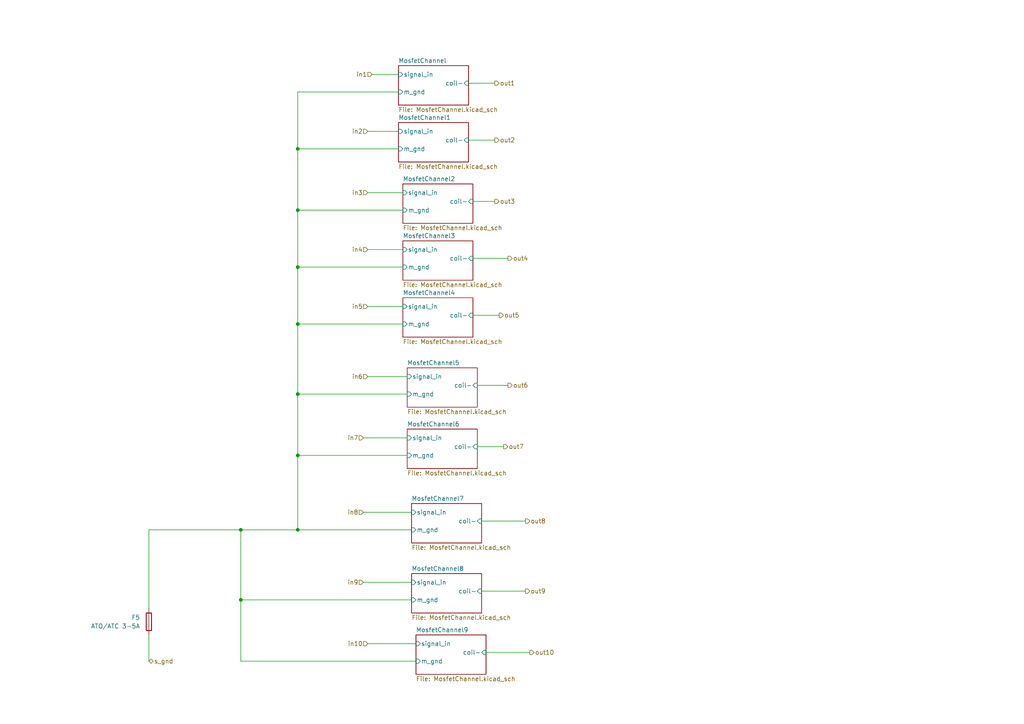
<source format=kicad_sch>
(kicad_sch
	(version 20250114)
	(generator "eeschema")
	(generator_version "9.0")
	(uuid "7d09ee16-0120-4fd2-8096-6eec36f3e9d4")
	(paper "A4")
	(lib_symbols
		(symbol "Device:Fuse"
			(pin_numbers
				(hide yes)
			)
			(pin_names
				(offset 0)
			)
			(exclude_from_sim no)
			(in_bom yes)
			(on_board yes)
			(property "Reference" "F"
				(at 2.032 0 90)
				(effects
					(font
						(size 1.27 1.27)
					)
				)
			)
			(property "Value" "Fuse"
				(at -1.905 0 90)
				(effects
					(font
						(size 1.27 1.27)
					)
				)
			)
			(property "Footprint" ""
				(at -1.778 0 90)
				(effects
					(font
						(size 1.27 1.27)
					)
					(hide yes)
				)
			)
			(property "Datasheet" "~"
				(at 0 0 0)
				(effects
					(font
						(size 1.27 1.27)
					)
					(hide yes)
				)
			)
			(property "Description" "Fuse"
				(at 0 0 0)
				(effects
					(font
						(size 1.27 1.27)
					)
					(hide yes)
				)
			)
			(property "ki_keywords" "fuse"
				(at 0 0 0)
				(effects
					(font
						(size 1.27 1.27)
					)
					(hide yes)
				)
			)
			(property "ki_fp_filters" "*Fuse*"
				(at 0 0 0)
				(effects
					(font
						(size 1.27 1.27)
					)
					(hide yes)
				)
			)
			(symbol "Fuse_0_1"
				(rectangle
					(start -0.762 -2.54)
					(end 0.762 2.54)
					(stroke
						(width 0.254)
						(type default)
					)
					(fill
						(type none)
					)
				)
				(polyline
					(pts
						(xy 0 2.54) (xy 0 -2.54)
					)
					(stroke
						(width 0)
						(type default)
					)
					(fill
						(type none)
					)
				)
			)
			(symbol "Fuse_1_1"
				(pin passive line
					(at 0 3.81 270)
					(length 1.27)
					(name "~"
						(effects
							(font
								(size 1.27 1.27)
							)
						)
					)
					(number "1"
						(effects
							(font
								(size 1.27 1.27)
							)
						)
					)
				)
				(pin passive line
					(at 0 -3.81 90)
					(length 1.27)
					(name "~"
						(effects
							(font
								(size 1.27 1.27)
							)
						)
					)
					(number "2"
						(effects
							(font
								(size 1.27 1.27)
							)
						)
					)
				)
			)
			(embedded_fonts no)
		)
	)
	(junction
		(at 69.85 153.67)
		(diameter 0)
		(color 0 0 0 0)
		(uuid "3ce3aa0e-231a-462b-9583-c7960a5905bd")
	)
	(junction
		(at 86.36 132.08)
		(diameter 0)
		(color 0 0 0 0)
		(uuid "45c35935-a1e5-4423-bdcc-e39457ad9b0f")
	)
	(junction
		(at 86.36 60.96)
		(diameter 0)
		(color 0 0 0 0)
		(uuid "48143828-cbd1-4ab6-9ef1-974440742f01")
	)
	(junction
		(at 86.36 153.67)
		(diameter 0)
		(color 0 0 0 0)
		(uuid "49ab057f-437b-4b9b-8e71-c5df92fddf39")
	)
	(junction
		(at 86.36 93.98)
		(diameter 0)
		(color 0 0 0 0)
		(uuid "4c7d6808-e0ed-4165-91a5-02d6490faef9")
	)
	(junction
		(at 86.36 77.47)
		(diameter 0)
		(color 0 0 0 0)
		(uuid "5cab04dc-ed24-48f6-a2ec-ff50bcdd5cd4")
	)
	(junction
		(at 86.36 114.3)
		(diameter 0)
		(color 0 0 0 0)
		(uuid "8add2a8b-89dc-4c93-a5e3-7ee8847c9060")
	)
	(junction
		(at 86.36 43.18)
		(diameter 0)
		(color 0 0 0 0)
		(uuid "a99ad448-a032-45cd-99a1-7c9dab89b52b")
	)
	(junction
		(at 69.85 173.99)
		(diameter 0)
		(color 0 0 0 0)
		(uuid "c8061d72-221c-43eb-945f-9a7fc133d7a1")
	)
	(wire
		(pts
			(xy 135.89 40.64) (xy 143.51 40.64)
		)
		(stroke
			(width 0)
			(type default)
		)
		(uuid "0377bb14-8c14-4147-8688-78a411518a3c")
	)
	(wire
		(pts
			(xy 106.68 55.88) (xy 116.84 55.88)
		)
		(stroke
			(width 0)
			(type default)
		)
		(uuid "083d2dae-6f6b-48bf-aacb-e72011e88e1a")
	)
	(wire
		(pts
			(xy 86.36 132.08) (xy 86.36 153.67)
		)
		(stroke
			(width 0)
			(type default)
		)
		(uuid "08f96ba3-c6b4-42da-bee1-9021b32cb9a4")
	)
	(wire
		(pts
			(xy 86.36 132.08) (xy 118.11 132.08)
		)
		(stroke
			(width 0)
			(type default)
		)
		(uuid "12bdc428-6ea4-4c1d-ac86-6c79a5f94785")
	)
	(wire
		(pts
			(xy 119.38 173.99) (xy 69.85 173.99)
		)
		(stroke
			(width 0)
			(type default)
		)
		(uuid "15b4c614-a456-47ad-ba87-363d1977df05")
	)
	(wire
		(pts
			(xy 106.68 72.39) (xy 116.84 72.39)
		)
		(stroke
			(width 0)
			(type default)
		)
		(uuid "1a9356e0-f70b-4fe5-a8c0-a38cde630309")
	)
	(wire
		(pts
			(xy 152.4 171.45) (xy 139.7 171.45)
		)
		(stroke
			(width 0)
			(type default)
		)
		(uuid "1fbb2c76-c46a-4c37-8433-d4c778d7818f")
	)
	(wire
		(pts
			(xy 119.38 153.67) (xy 86.36 153.67)
		)
		(stroke
			(width 0)
			(type default)
		)
		(uuid "233e185a-c9f6-4c75-ab33-a423840f3196")
	)
	(wire
		(pts
			(xy 43.18 184.15) (xy 43.18 191.77)
		)
		(stroke
			(width 0)
			(type default)
		)
		(uuid "26aa7fa0-17f9-4eeb-8f4f-35a853032763")
	)
	(wire
		(pts
			(xy 86.36 77.47) (xy 116.84 77.47)
		)
		(stroke
			(width 0)
			(type default)
		)
		(uuid "28753976-7dbe-4b5c-8e53-f6bbfbfdca0e")
	)
	(wire
		(pts
			(xy 86.36 114.3) (xy 118.11 114.3)
		)
		(stroke
			(width 0)
			(type default)
		)
		(uuid "30b2a4ae-6b56-4b4f-9223-f99951322ec1")
	)
	(wire
		(pts
			(xy 152.4 151.13) (xy 139.7 151.13)
		)
		(stroke
			(width 0)
			(type default)
		)
		(uuid "3dea8ae8-03ce-486c-8e8e-80c1969401b1")
	)
	(wire
		(pts
			(xy 147.32 111.76) (xy 138.43 111.76)
		)
		(stroke
			(width 0)
			(type default)
		)
		(uuid "3f205a3d-7b95-41fc-a1b3-b60652fcac16")
	)
	(wire
		(pts
			(xy 153.67 189.23) (xy 140.97 189.23)
		)
		(stroke
			(width 0)
			(type default)
		)
		(uuid "46375611-d2a3-45a8-923a-1ef0c0f6bc23")
	)
	(wire
		(pts
			(xy 105.41 148.59) (xy 119.38 148.59)
		)
		(stroke
			(width 0)
			(type default)
		)
		(uuid "52cc2549-3b07-40b7-9600-5a9c43112dc7")
	)
	(wire
		(pts
			(xy 43.18 153.67) (xy 69.85 153.67)
		)
		(stroke
			(width 0)
			(type default)
		)
		(uuid "5bdb9c23-8cee-46da-8238-a28a95b78d7a")
	)
	(wire
		(pts
			(xy 86.36 93.98) (xy 86.36 114.3)
		)
		(stroke
			(width 0)
			(type default)
		)
		(uuid "655bff5b-b378-42a5-8963-1ff7234f71af")
	)
	(wire
		(pts
			(xy 69.85 173.99) (xy 69.85 153.67)
		)
		(stroke
			(width 0)
			(type default)
		)
		(uuid "725e1d2c-5611-488d-97d0-54fbb1e5d7be")
	)
	(wire
		(pts
			(xy 106.68 38.1) (xy 115.57 38.1)
		)
		(stroke
			(width 0)
			(type default)
		)
		(uuid "8059d46d-c03d-41ee-9c34-f588da4cf1fa")
	)
	(wire
		(pts
			(xy 43.18 153.67) (xy 43.18 176.53)
		)
		(stroke
			(width 0)
			(type default)
		)
		(uuid "819cda58-c808-4503-a482-61a1497bf604")
	)
	(wire
		(pts
			(xy 106.68 109.22) (xy 118.11 109.22)
		)
		(stroke
			(width 0)
			(type default)
		)
		(uuid "85c643a7-d48a-4406-bffc-48a08fe0e8db")
	)
	(wire
		(pts
			(xy 107.95 21.59) (xy 115.57 21.59)
		)
		(stroke
			(width 0)
			(type default)
		)
		(uuid "9d1ab8df-c613-403c-afe0-647c4f08ae84")
	)
	(wire
		(pts
			(xy 69.85 191.77) (xy 69.85 173.99)
		)
		(stroke
			(width 0)
			(type default)
		)
		(uuid "a7bb0614-44c8-4c26-bd0a-55f7d470a118")
	)
	(wire
		(pts
			(xy 106.68 88.9) (xy 116.84 88.9)
		)
		(stroke
			(width 0)
			(type default)
		)
		(uuid "af36a306-ceed-46d9-8103-6435d7e3306e")
	)
	(wire
		(pts
			(xy 115.57 26.67) (xy 86.36 26.67)
		)
		(stroke
			(width 0)
			(type default)
		)
		(uuid "b04ae753-8aa0-4190-93e9-625b156376d5")
	)
	(wire
		(pts
			(xy 120.65 191.77) (xy 69.85 191.77)
		)
		(stroke
			(width 0)
			(type default)
		)
		(uuid "b1c182d3-5422-4271-b55e-a23a9be8a7f1")
	)
	(wire
		(pts
			(xy 105.41 168.91) (xy 119.38 168.91)
		)
		(stroke
			(width 0)
			(type default)
		)
		(uuid "b33bb8da-4ecf-45eb-b289-ad53d6da83c9")
	)
	(wire
		(pts
			(xy 86.36 93.98) (xy 116.84 93.98)
		)
		(stroke
			(width 0)
			(type default)
		)
		(uuid "b54d732e-8425-43d0-9db6-f61f33d2d49f")
	)
	(wire
		(pts
			(xy 143.51 24.13) (xy 135.89 24.13)
		)
		(stroke
			(width 0)
			(type default)
		)
		(uuid "b55f6538-21cd-46e3-b0ae-ecc5703d1470")
	)
	(wire
		(pts
			(xy 86.36 60.96) (xy 86.36 77.47)
		)
		(stroke
			(width 0)
			(type default)
		)
		(uuid "b626fc95-a7ca-462c-a4a0-d9122d564d75")
	)
	(wire
		(pts
			(xy 147.32 74.93) (xy 137.16 74.93)
		)
		(stroke
			(width 0)
			(type default)
		)
		(uuid "b6f4b1c1-60b8-4806-80b9-c072930d6c73")
	)
	(wire
		(pts
			(xy 105.41 127) (xy 118.11 127)
		)
		(stroke
			(width 0)
			(type default)
		)
		(uuid "ccf865cd-2d02-4489-9037-639c55c71534")
	)
	(wire
		(pts
			(xy 86.36 60.96) (xy 116.84 60.96)
		)
		(stroke
			(width 0)
			(type default)
		)
		(uuid "cdbd58dc-dbcf-4adc-ac1d-5b9c8aa133ca")
	)
	(wire
		(pts
			(xy 69.85 153.67) (xy 86.36 153.67)
		)
		(stroke
			(width 0)
			(type default)
		)
		(uuid "d0818e16-6e07-4da5-9247-d2d840c9c0c4")
	)
	(wire
		(pts
			(xy 86.36 43.18) (xy 86.36 60.96)
		)
		(stroke
			(width 0)
			(type default)
		)
		(uuid "d387fbab-b13b-4191-b44d-cf439307dbf2")
	)
	(wire
		(pts
			(xy 86.36 26.67) (xy 86.36 43.18)
		)
		(stroke
			(width 0)
			(type default)
		)
		(uuid "dd013be6-e437-4597-9cea-3d9a86f58808")
	)
	(wire
		(pts
			(xy 146.05 129.54) (xy 138.43 129.54)
		)
		(stroke
			(width 0)
			(type default)
		)
		(uuid "e2c04be1-cf16-4055-926e-fc3a18342a16")
	)
	(wire
		(pts
			(xy 143.51 58.42) (xy 137.16 58.42)
		)
		(stroke
			(width 0)
			(type default)
		)
		(uuid "e80bb033-4333-4d07-b631-0ab96f1a8881")
	)
	(wire
		(pts
			(xy 86.36 114.3) (xy 86.36 132.08)
		)
		(stroke
			(width 0)
			(type default)
		)
		(uuid "ebd69894-85b1-4c21-b773-8cf2a64c5899")
	)
	(wire
		(pts
			(xy 86.36 77.47) (xy 86.36 93.98)
		)
		(stroke
			(width 0)
			(type default)
		)
		(uuid "eebfae0a-1704-4c1d-8c56-ab900189b786")
	)
	(wire
		(pts
			(xy 106.68 186.69) (xy 120.65 186.69)
		)
		(stroke
			(width 0)
			(type default)
		)
		(uuid "f432bf6e-d36c-4a5e-95f9-12c2082314ff")
	)
	(wire
		(pts
			(xy 86.36 43.18) (xy 115.57 43.18)
		)
		(stroke
			(width 0)
			(type default)
		)
		(uuid "f63133e0-d91d-4e08-8ca9-97f16f235038")
	)
	(wire
		(pts
			(xy 144.78 91.44) (xy 137.16 91.44)
		)
		(stroke
			(width 0)
			(type default)
		)
		(uuid "ffd39b32-8ff4-4855-9ce4-14a52b12635a")
	)
	(hierarchical_label "in1"
		(shape input)
		(at 107.95 21.59 180)
		(effects
			(font
				(size 1.27 1.27)
			)
			(justify right)
		)
		(uuid "0c51880d-3684-4718-a452-07910ef13985")
	)
	(hierarchical_label "in6"
		(shape input)
		(at 106.68 109.22 180)
		(effects
			(font
				(size 1.27 1.27)
			)
			(justify right)
		)
		(uuid "0e85b997-3dbf-4e19-9c38-95a3f5d5a582")
	)
	(hierarchical_label "out6"
		(shape output)
		(at 147.32 111.76 0)
		(effects
			(font
				(size 1.27 1.27)
			)
			(justify left)
		)
		(uuid "1732951f-06b5-4dc8-bf28-abcb68d987b2")
	)
	(hierarchical_label "out4"
		(shape output)
		(at 147.32 74.93 0)
		(effects
			(font
				(size 1.27 1.27)
			)
			(justify left)
		)
		(uuid "265f4545-8fbf-4547-9dd2-094ac2769a95")
	)
	(hierarchical_label "out2"
		(shape output)
		(at 143.51 40.64 0)
		(effects
			(font
				(size 1.27 1.27)
			)
			(justify left)
		)
		(uuid "303ef7f7-fe4a-40b0-85aa-0817d7ae66e0")
	)
	(hierarchical_label "out8"
		(shape output)
		(at 152.4 151.13 0)
		(effects
			(font
				(size 1.27 1.27)
			)
			(justify left)
		)
		(uuid "45942b8c-e969-4982-ad67-748b380250b8")
	)
	(hierarchical_label "out1"
		(shape output)
		(at 143.51 24.13 0)
		(effects
			(font
				(size 1.27 1.27)
			)
			(justify left)
		)
		(uuid "4a023f97-ccda-4f05-a2d5-88493e099eb0")
	)
	(hierarchical_label "in7"
		(shape input)
		(at 105.41 127 180)
		(effects
			(font
				(size 1.27 1.27)
			)
			(justify right)
		)
		(uuid "525cafca-2de5-4711-b7a9-1474d5a2b72e")
	)
	(hierarchical_label "out5"
		(shape output)
		(at 144.78 91.44 0)
		(effects
			(font
				(size 1.27 1.27)
			)
			(justify left)
		)
		(uuid "5bd71697-afd6-480b-b2ea-25ba4cd4afb5")
	)
	(hierarchical_label "in2"
		(shape input)
		(at 106.68 38.1 180)
		(effects
			(font
				(size 1.27 1.27)
			)
			(justify right)
		)
		(uuid "658cdae3-4880-4793-b23a-4051932033ee")
	)
	(hierarchical_label "out7"
		(shape output)
		(at 146.05 129.54 0)
		(effects
			(font
				(size 1.27 1.27)
			)
			(justify left)
		)
		(uuid "76974b70-2d87-4315-99f5-2687396dc835")
	)
	(hierarchical_label "in9"
		(shape input)
		(at 105.41 168.91 180)
		(effects
			(font
				(size 1.27 1.27)
			)
			(justify right)
		)
		(uuid "7c92a4eb-be27-4c3f-859b-6617fdddec68")
	)
	(hierarchical_label "out3"
		(shape output)
		(at 143.51 58.42 0)
		(effects
			(font
				(size 1.27 1.27)
			)
			(justify left)
		)
		(uuid "89692da3-1a16-42c2-bac9-4f252a0d0620")
	)
	(hierarchical_label "out10"
		(shape output)
		(at 153.67 189.23 0)
		(effects
			(font
				(size 1.27 1.27)
			)
			(justify left)
		)
		(uuid "8bc04de6-6ff1-47d7-bf84-a2c18db2626f")
	)
	(hierarchical_label "in8"
		(shape input)
		(at 105.41 148.59 180)
		(effects
			(font
				(size 1.27 1.27)
			)
			(justify right)
		)
		(uuid "c0f68613-9022-4d9d-aa91-de39621765ec")
	)
	(hierarchical_label "s_gnd"
		(shape bidirectional)
		(at 43.18 191.77 0)
		(effects
			(font
				(size 1.27 1.27)
			)
			(justify left)
		)
		(uuid "c31de00a-e0af-40b9-8340-fdc271a6e783")
	)
	(hierarchical_label "in5"
		(shape input)
		(at 106.68 88.9 180)
		(effects
			(font
				(size 1.27 1.27)
			)
			(justify right)
		)
		(uuid "c83f6024-9f87-412d-b34d-6b0551e212fa")
	)
	(hierarchical_label "in4"
		(shape input)
		(at 106.68 72.39 180)
		(effects
			(font
				(size 1.27 1.27)
			)
			(justify right)
		)
		(uuid "c84e776b-8b54-4d0c-bf75-e052ca55bd75")
	)
	(hierarchical_label "in10"
		(shape input)
		(at 106.68 186.69 180)
		(effects
			(font
				(size 1.27 1.27)
			)
			(justify right)
		)
		(uuid "da90bffd-37af-4fa8-af6f-cd870ed712c3")
	)
	(hierarchical_label "in3"
		(shape input)
		(at 106.68 55.88 180)
		(effects
			(font
				(size 1.27 1.27)
			)
			(justify right)
		)
		(uuid "ebc2fecc-7ca6-438c-8db6-2f5935224391")
	)
	(hierarchical_label "out9"
		(shape output)
		(at 152.4 171.45 0)
		(effects
			(font
				(size 1.27 1.27)
			)
			(justify left)
		)
		(uuid "f849903e-35a1-428a-9974-6de6d2284d09")
	)
	(symbol
		(lib_id "Device:Fuse")
		(at 43.18 180.34 0)
		(mirror y)
		(unit 1)
		(exclude_from_sim no)
		(in_bom yes)
		(on_board yes)
		(dnp no)
		(fields_autoplaced yes)
		(uuid "6b66efbc-7032-466c-bb4e-8cf3f5650d7d")
		(property "Reference" "F1"
			(at 40.64 179.0699 0)
			(effects
				(font
					(size 1.27 1.27)
				)
				(justify left)
			)
		)
		(property "Value" "ATO/ATC 3-5A"
			(at 40.64 181.6099 0)
			(effects
				(font
					(size 1.27 1.27)
				)
				(justify left)
			)
		)
		(property "Footprint" "CustomLibrary:AliExpressFuseHolder"
			(at 44.958 180.34 90)
			(effects
				(font
					(size 1.27 1.27)
				)
				(hide yes)
			)
		)
		(property "Datasheet" "~"
			(at 43.18 180.34 0)
			(effects
				(font
					(size 1.27 1.27)
				)
				(hide yes)
			)
		)
		(property "Description" "Fuse"
			(at 43.18 180.34 0)
			(effects
				(font
					(size 1.27 1.27)
				)
				(hide yes)
			)
		)
		(pin "1"
			(uuid "7524f15e-fa5f-44c5-b4fc-24060c3a0af3")
		)
		(pin "2"
			(uuid "374f4fd9-8272-4c19-b472-193fadcffc84")
		)
		(instances
			(project "OrganMosfetArray"
				(path "/c071c3dc-fcf2-4a9c-93d2-4680c1b7cb2f/0e2bec89-5459-472c-a57c-a183ad9df8b8"
					(reference "F5")
					(unit 1)
				)
				(path "/c071c3dc-fcf2-4a9c-93d2-4680c1b7cb2f/19072c67-b983-4f6e-b907-dd45cb13a7d2"
					(reference "F3")
					(unit 1)
				)
				(path "/c071c3dc-fcf2-4a9c-93d2-4680c1b7cb2f/9a58556b-eeea-45b2-97f5-1d76f7eae31a"
					(reference "F4")
					(unit 1)
				)
				(path "/c071c3dc-fcf2-4a9c-93d2-4680c1b7cb2f/d30194c7-e18c-4bae-9153-b4008d909502"
					(reference "F2")
					(unit 1)
				)
				(path "/c071c3dc-fcf2-4a9c-93d2-4680c1b7cb2f/f64a8887-2d1c-460e-83fc-b11b584f1002"
					(reference "F1")
					(unit 1)
				)
			)
		)
	)
	(sheet
		(at 119.38 166.37)
		(size 20.32 11.43)
		(exclude_from_sim no)
		(in_bom yes)
		(on_board yes)
		(dnp no)
		(fields_autoplaced yes)
		(stroke
			(width 0.1524)
			(type solid)
		)
		(fill
			(color 0 0 0 0.0000)
		)
		(uuid "198ce8b1-877d-44cf-addc-cd759e548b42")
		(property "Sheetname" "MosfetChannel8"
			(at 119.38 165.6584 0)
			(effects
				(font
					(size 1.27 1.27)
				)
				(justify left bottom)
			)
		)
		(property "Sheetfile" "MosfetChannel.kicad_sch"
			(at 119.38 178.3846 0)
			(effects
				(font
					(size 1.27 1.27)
				)
				(justify left top)
			)
		)
		(pin "coil-" input
			(at 139.7 171.45 0)
			(uuid "3616c06f-6072-4ef8-8d86-c60b8b06bf22")
			(effects
				(font
					(size 1.27 1.27)
				)
				(justify right)
			)
		)
		(pin "m_gnd" input
			(at 119.38 173.99 180)
			(uuid "27f8216a-e160-484e-b793-7ece01683c72")
			(effects
				(font
					(size 1.27 1.27)
				)
				(justify left)
			)
		)
		(pin "signal_in" input
			(at 119.38 168.91 180)
			(uuid "405041c3-c6e7-4a8e-8178-49e90edf4888")
			(effects
				(font
					(size 1.27 1.27)
				)
				(justify left)
			)
		)
		(instances
			(project "OrganMosfetArray"
				(path "/c071c3dc-fcf2-4a9c-93d2-4680c1b7cb2f/f64a8887-2d1c-460e-83fc-b11b584f1002"
					(page "58")
				)
				(path "/c071c3dc-fcf2-4a9c-93d2-4680c1b7cb2f/d30194c7-e18c-4bae-9153-b4008d909502"
					(page "20")
				)
				(path "/c071c3dc-fcf2-4a9c-93d2-4680c1b7cb2f/19072c67-b983-4f6e-b907-dd45cb13a7d2"
					(page "31")
				)
				(path "/c071c3dc-fcf2-4a9c-93d2-4680c1b7cb2f/9a58556b-eeea-45b2-97f5-1d76f7eae31a"
					(page "42")
				)
				(path "/c071c3dc-fcf2-4a9c-93d2-4680c1b7cb2f/0e2bec89-5459-472c-a57c-a183ad9df8b8"
					(page "53")
				)
			)
		)
	)
	(sheet
		(at 119.38 146.05)
		(size 20.32 11.43)
		(exclude_from_sim no)
		(in_bom yes)
		(on_board yes)
		(dnp no)
		(fields_autoplaced yes)
		(stroke
			(width 0.1524)
			(type solid)
		)
		(fill
			(color 0 0 0 0.0000)
		)
		(uuid "1e7ecc51-646d-4046-868b-85f33b1dfce2")
		(property "Sheetname" "MosfetChannel7"
			(at 119.38 145.3384 0)
			(effects
				(font
					(size 1.27 1.27)
				)
				(justify left bottom)
			)
		)
		(property "Sheetfile" "MosfetChannel.kicad_sch"
			(at 119.38 158.0646 0)
			(effects
				(font
					(size 1.27 1.27)
				)
				(justify left top)
			)
		)
		(pin "coil-" input
			(at 139.7 151.13 0)
			(uuid "4702bcc7-816c-48d3-bc3a-803c629f7f2a")
			(effects
				(font
					(size 1.27 1.27)
				)
				(justify right)
			)
		)
		(pin "m_gnd" input
			(at 119.38 153.67 180)
			(uuid "26f84d4a-b612-40f0-962f-7cd3c438d61d")
			(effects
				(font
					(size 1.27 1.27)
				)
				(justify left)
			)
		)
		(pin "signal_in" input
			(at 119.38 148.59 180)
			(uuid "c7102fa4-977b-40e2-a6a5-bad3a3ad9765")
			(effects
				(font
					(size 1.27 1.27)
				)
				(justify left)
			)
		)
		(instances
			(project "OrganMosfetArray"
				(path "/c071c3dc-fcf2-4a9c-93d2-4680c1b7cb2f/f64a8887-2d1c-460e-83fc-b11b584f1002"
					(page "10")
				)
				(path "/c071c3dc-fcf2-4a9c-93d2-4680c1b7cb2f/d30194c7-e18c-4bae-9153-b4008d909502"
					(page "19")
				)
				(path "/c071c3dc-fcf2-4a9c-93d2-4680c1b7cb2f/19072c67-b983-4f6e-b907-dd45cb13a7d2"
					(page "30")
				)
				(path "/c071c3dc-fcf2-4a9c-93d2-4680c1b7cb2f/9a58556b-eeea-45b2-97f5-1d76f7eae31a"
					(page "41")
				)
				(path "/c071c3dc-fcf2-4a9c-93d2-4680c1b7cb2f/0e2bec89-5459-472c-a57c-a183ad9df8b8"
					(page "52")
				)
			)
		)
	)
	(sheet
		(at 120.65 184.15)
		(size 20.32 11.43)
		(exclude_from_sim no)
		(in_bom yes)
		(on_board yes)
		(dnp no)
		(fields_autoplaced yes)
		(stroke
			(width 0.1524)
			(type solid)
		)
		(fill
			(color 0 0 0 0.0000)
		)
		(uuid "270a1170-d4f8-4a96-b295-99ca6b783534")
		(property "Sheetname" "MosfetChannel9"
			(at 120.65 183.4384 0)
			(effects
				(font
					(size 1.27 1.27)
				)
				(justify left bottom)
			)
		)
		(property "Sheetfile" "MosfetChannel.kicad_sch"
			(at 120.65 196.1646 0)
			(effects
				(font
					(size 1.27 1.27)
				)
				(justify left top)
			)
		)
		(pin "coil-" input
			(at 140.97 189.23 0)
			(uuid "16b3bfa7-36b7-4047-add1-ecb1091e275d")
			(effects
				(font
					(size 1.27 1.27)
				)
				(justify right)
			)
		)
		(pin "m_gnd" input
			(at 120.65 191.77 180)
			(uuid "aab1128b-d180-411d-a689-2524b17c3f3e")
			(effects
				(font
					(size 1.27 1.27)
				)
				(justify left)
			)
		)
		(pin "signal_in" input
			(at 120.65 186.69 180)
			(uuid "0194a9a0-0914-4499-958c-104154190c7a")
			(effects
				(font
					(size 1.27 1.27)
				)
				(justify left)
			)
		)
		(instances
			(project "OrganMosfetArray"
				(path "/c071c3dc-fcf2-4a9c-93d2-4680c1b7cb2f/f64a8887-2d1c-460e-83fc-b11b584f1002"
					(page "64")
				)
				(path "/c071c3dc-fcf2-4a9c-93d2-4680c1b7cb2f/d30194c7-e18c-4bae-9153-b4008d909502"
					(page "21")
				)
				(path "/c071c3dc-fcf2-4a9c-93d2-4680c1b7cb2f/19072c67-b983-4f6e-b907-dd45cb13a7d2"
					(page "32")
				)
				(path "/c071c3dc-fcf2-4a9c-93d2-4680c1b7cb2f/9a58556b-eeea-45b2-97f5-1d76f7eae31a"
					(page "43")
				)
				(path "/c071c3dc-fcf2-4a9c-93d2-4680c1b7cb2f/0e2bec89-5459-472c-a57c-a183ad9df8b8"
					(page "54")
				)
			)
		)
	)
	(sheet
		(at 116.84 69.85)
		(size 20.32 11.43)
		(exclude_from_sim no)
		(in_bom yes)
		(on_board yes)
		(dnp no)
		(fields_autoplaced yes)
		(stroke
			(width 0.1524)
			(type solid)
		)
		(fill
			(color 0 0 0 0.0000)
		)
		(uuid "2757642a-9874-44c7-8a91-6dd5f3cebc45")
		(property "Sheetname" "MosfetChannel3"
			(at 116.84 69.1384 0)
			(effects
				(font
					(size 1.27 1.27)
				)
				(justify left bottom)
			)
		)
		(property "Sheetfile" "MosfetChannel.kicad_sch"
			(at 116.84 81.8646 0)
			(effects
				(font
					(size 1.27 1.27)
				)
				(justify left top)
			)
		)
		(pin "coil-" input
			(at 137.16 74.93 0)
			(uuid "176530a8-47be-4150-ba81-0ab6ab9caa31")
			(effects
				(font
					(size 1.27 1.27)
				)
				(justify right)
			)
		)
		(pin "m_gnd" input
			(at 116.84 77.47 180)
			(uuid "aeea5273-502a-4deb-8e14-dfe911057902")
			(effects
				(font
					(size 1.27 1.27)
				)
				(justify left)
			)
		)
		(pin "signal_in" input
			(at 116.84 72.39 180)
			(uuid "4137d645-95e0-479f-8f0c-7b555ef44382")
			(effects
				(font
					(size 1.27 1.27)
				)
				(justify left)
			)
		)
		(instances
			(project "OrganMosfetArray"
				(path "/c071c3dc-fcf2-4a9c-93d2-4680c1b7cb2f/f64a8887-2d1c-460e-83fc-b11b584f1002"
					(page "6")
				)
				(path "/c071c3dc-fcf2-4a9c-93d2-4680c1b7cb2f/d30194c7-e18c-4bae-9153-b4008d909502"
					(page "12")
				)
				(path "/c071c3dc-fcf2-4a9c-93d2-4680c1b7cb2f/19072c67-b983-4f6e-b907-dd45cb13a7d2"
					(page "23")
				)
				(path "/c071c3dc-fcf2-4a9c-93d2-4680c1b7cb2f/9a58556b-eeea-45b2-97f5-1d76f7eae31a"
					(page "34")
				)
				(path "/c071c3dc-fcf2-4a9c-93d2-4680c1b7cb2f/0e2bec89-5459-472c-a57c-a183ad9df8b8"
					(page "45")
				)
			)
		)
	)
	(sheet
		(at 118.11 124.46)
		(size 20.32 11.43)
		(exclude_from_sim no)
		(in_bom yes)
		(on_board yes)
		(dnp no)
		(fields_autoplaced yes)
		(stroke
			(width 0.1524)
			(type solid)
		)
		(fill
			(color 0 0 0 0.0000)
		)
		(uuid "2df45482-3a6a-4105-a4e0-7cfb289f4e5e")
		(property "Sheetname" "MosfetChannel6"
			(at 118.11 123.7484 0)
			(effects
				(font
					(size 1.27 1.27)
				)
				(justify left bottom)
			)
		)
		(property "Sheetfile" "MosfetChannel.kicad_sch"
			(at 118.11 136.4746 0)
			(effects
				(font
					(size 1.27 1.27)
				)
				(justify left top)
			)
		)
		(pin "coil-" input
			(at 138.43 129.54 0)
			(uuid "93f65808-f2a0-4545-861f-f4bc96252b3c")
			(effects
				(font
					(size 1.27 1.27)
				)
				(justify right)
			)
		)
		(pin "m_gnd" input
			(at 118.11 132.08 180)
			(uuid "fe8a8ec1-b26a-4267-b1ef-7e1d498a4b53")
			(effects
				(font
					(size 1.27 1.27)
				)
				(justify left)
			)
		)
		(pin "signal_in" input
			(at 118.11 127 180)
			(uuid "f4ec2693-61ad-4c7c-971d-ffe7396a49cb")
			(effects
				(font
					(size 1.27 1.27)
				)
				(justify left)
			)
		)
		(instances
			(project "OrganMosfetArray"
				(path "/c071c3dc-fcf2-4a9c-93d2-4680c1b7cb2f/f64a8887-2d1c-460e-83fc-b11b584f1002"
					(page "9")
				)
				(path "/c071c3dc-fcf2-4a9c-93d2-4680c1b7cb2f/d30194c7-e18c-4bae-9153-b4008d909502"
					(page "18")
				)
				(path "/c071c3dc-fcf2-4a9c-93d2-4680c1b7cb2f/19072c67-b983-4f6e-b907-dd45cb13a7d2"
					(page "29")
				)
				(path "/c071c3dc-fcf2-4a9c-93d2-4680c1b7cb2f/9a58556b-eeea-45b2-97f5-1d76f7eae31a"
					(page "40")
				)
				(path "/c071c3dc-fcf2-4a9c-93d2-4680c1b7cb2f/0e2bec89-5459-472c-a57c-a183ad9df8b8"
					(page "51")
				)
			)
		)
	)
	(sheet
		(at 116.84 86.36)
		(size 20.32 11.43)
		(exclude_from_sim no)
		(in_bom yes)
		(on_board yes)
		(dnp no)
		(fields_autoplaced yes)
		(stroke
			(width 0.1524)
			(type solid)
		)
		(fill
			(color 0 0 0 0.0000)
		)
		(uuid "34acf12b-64f9-4830-aa39-17b8417eae0f")
		(property "Sheetname" "MosfetChannel4"
			(at 116.84 85.6484 0)
			(effects
				(font
					(size 1.27 1.27)
				)
				(justify left bottom)
			)
		)
		(property "Sheetfile" "MosfetChannel.kicad_sch"
			(at 116.84 98.3746 0)
			(effects
				(font
					(size 1.27 1.27)
				)
				(justify left top)
			)
		)
		(pin "coil-" input
			(at 137.16 91.44 0)
			(uuid "b77c2e66-e4e9-4110-bcc2-05659a10188c")
			(effects
				(font
					(size 1.27 1.27)
				)
				(justify right)
			)
		)
		(pin "m_gnd" input
			(at 116.84 93.98 180)
			(uuid "44666659-6f92-4797-98f4-420e9fa47fab")
			(effects
				(font
					(size 1.27 1.27)
				)
				(justify left)
			)
		)
		(pin "signal_in" input
			(at 116.84 88.9 180)
			(uuid "023d8d1a-0048-4dd6-8502-d2c597ecb5c4")
			(effects
				(font
					(size 1.27 1.27)
				)
				(justify left)
			)
		)
		(instances
			(project "OrganMosfetArray"
				(path "/c071c3dc-fcf2-4a9c-93d2-4680c1b7cb2f/f64a8887-2d1c-460e-83fc-b11b584f1002"
					(page "7")
				)
				(path "/c071c3dc-fcf2-4a9c-93d2-4680c1b7cb2f/d30194c7-e18c-4bae-9153-b4008d909502"
					(page "17")
				)
				(path "/c071c3dc-fcf2-4a9c-93d2-4680c1b7cb2f/19072c67-b983-4f6e-b907-dd45cb13a7d2"
					(page "28")
				)
				(path "/c071c3dc-fcf2-4a9c-93d2-4680c1b7cb2f/9a58556b-eeea-45b2-97f5-1d76f7eae31a"
					(page "39")
				)
				(path "/c071c3dc-fcf2-4a9c-93d2-4680c1b7cb2f/0e2bec89-5459-472c-a57c-a183ad9df8b8"
					(page "50")
				)
			)
		)
	)
	(sheet
		(at 115.57 35.56)
		(size 20.32 11.43)
		(exclude_from_sim no)
		(in_bom yes)
		(on_board yes)
		(dnp no)
		(fields_autoplaced yes)
		(stroke
			(width 0.1524)
			(type solid)
		)
		(fill
			(color 0 0 0 0.0000)
		)
		(uuid "4108d403-570b-4072-ac08-e659d9ddcc7e")
		(property "Sheetname" "MosfetChannel1"
			(at 115.57 34.8484 0)
			(effects
				(font
					(size 1.27 1.27)
				)
				(justify left bottom)
			)
		)
		(property "Sheetfile" "MosfetChannel.kicad_sch"
			(at 115.57 47.5746 0)
			(effects
				(font
					(size 1.27 1.27)
				)
				(justify left top)
			)
		)
		(pin "coil-" input
			(at 135.89 40.64 0)
			(uuid "e0399264-e285-4ea5-a5cf-3e203f6a2e3f")
			(effects
				(font
					(size 1.27 1.27)
				)
				(justify right)
			)
		)
		(pin "m_gnd" input
			(at 115.57 43.18 180)
			(uuid "ecbc719e-d82e-462e-abe0-0faf34e9f468")
			(effects
				(font
					(size 1.27 1.27)
				)
				(justify left)
			)
		)
		(pin "signal_in" input
			(at 115.57 38.1 180)
			(uuid "0d9eabe0-f659-47c3-a717-b30fd3b3f466")
			(effects
				(font
					(size 1.27 1.27)
				)
				(justify left)
			)
		)
		(instances
			(project "OrganMosfetArray"
				(path "/c071c3dc-fcf2-4a9c-93d2-4680c1b7cb2f/f64a8887-2d1c-460e-83fc-b11b584f1002"
					(page "4")
				)
				(path "/c071c3dc-fcf2-4a9c-93d2-4680c1b7cb2f/d30194c7-e18c-4bae-9153-b4008d909502"
					(page "14")
				)
				(path "/c071c3dc-fcf2-4a9c-93d2-4680c1b7cb2f/19072c67-b983-4f6e-b907-dd45cb13a7d2"
					(page "25")
				)
				(path "/c071c3dc-fcf2-4a9c-93d2-4680c1b7cb2f/9a58556b-eeea-45b2-97f5-1d76f7eae31a"
					(page "36")
				)
				(path "/c071c3dc-fcf2-4a9c-93d2-4680c1b7cb2f/0e2bec89-5459-472c-a57c-a183ad9df8b8"
					(page "47")
				)
			)
		)
	)
	(sheet
		(at 118.11 106.68)
		(size 20.32 11.43)
		(exclude_from_sim no)
		(in_bom yes)
		(on_board yes)
		(dnp no)
		(fields_autoplaced yes)
		(stroke
			(width 0.1524)
			(type solid)
		)
		(fill
			(color 0 0 0 0.0000)
		)
		(uuid "55bec648-47f0-4c25-9685-db7c048028a6")
		(property "Sheetname" "MosfetChannel5"
			(at 118.11 105.9684 0)
			(effects
				(font
					(size 1.27 1.27)
				)
				(justify left bottom)
			)
		)
		(property "Sheetfile" "MosfetChannel.kicad_sch"
			(at 118.11 118.6946 0)
			(effects
				(font
					(size 1.27 1.27)
				)
				(justify left top)
			)
		)
		(pin "coil-" input
			(at 138.43 111.76 0)
			(uuid "0a82093d-a0cb-4e74-8bab-277a021558ce")
			(effects
				(font
					(size 1.27 1.27)
				)
				(justify right)
			)
		)
		(pin "m_gnd" input
			(at 118.11 114.3 180)
			(uuid "ee22fcf0-549d-490e-9b76-4dca2f5166cd")
			(effects
				(font
					(size 1.27 1.27)
				)
				(justify left)
			)
		)
		(pin "signal_in" input
			(at 118.11 109.22 180)
			(uuid "c6aa010b-e225-4651-8c7d-b4957d6caa66")
			(effects
				(font
					(size 1.27 1.27)
				)
				(justify left)
			)
		)
		(instances
			(project "OrganMosfetArray"
				(path "/c071c3dc-fcf2-4a9c-93d2-4680c1b7cb2f/f64a8887-2d1c-460e-83fc-b11b584f1002"
					(page "8")
				)
				(path "/c071c3dc-fcf2-4a9c-93d2-4680c1b7cb2f/d30194c7-e18c-4bae-9153-b4008d909502"
					(page "15")
				)
				(path "/c071c3dc-fcf2-4a9c-93d2-4680c1b7cb2f/19072c67-b983-4f6e-b907-dd45cb13a7d2"
					(page "26")
				)
				(path "/c071c3dc-fcf2-4a9c-93d2-4680c1b7cb2f/9a58556b-eeea-45b2-97f5-1d76f7eae31a"
					(page "37")
				)
				(path "/c071c3dc-fcf2-4a9c-93d2-4680c1b7cb2f/0e2bec89-5459-472c-a57c-a183ad9df8b8"
					(page "48")
				)
			)
		)
	)
	(sheet
		(at 115.57 19.05)
		(size 20.32 11.43)
		(exclude_from_sim no)
		(in_bom yes)
		(on_board yes)
		(dnp no)
		(fields_autoplaced yes)
		(stroke
			(width 0.1524)
			(type solid)
		)
		(fill
			(color 0 0 0 0.0000)
		)
		(uuid "71239b42-179d-46b4-a801-a021e56162c0")
		(property "Sheetname" "MosfetChannel"
			(at 115.57 18.3384 0)
			(effects
				(font
					(size 1.27 1.27)
				)
				(justify left bottom)
			)
		)
		(property "Sheetfile" "MosfetChannel.kicad_sch"
			(at 115.57 31.0646 0)
			(effects
				(font
					(size 1.27 1.27)
				)
				(justify left top)
			)
		)
		(pin "coil-" input
			(at 135.89 24.13 0)
			(uuid "39882b40-c1ed-435a-af24-95c17dc8f4da")
			(effects
				(font
					(size 1.27 1.27)
				)
				(justify right)
			)
		)
		(pin "m_gnd" input
			(at 115.57 26.67 180)
			(uuid "7afe2a5f-bf8c-4912-b102-3b305178cc7e")
			(effects
				(font
					(size 1.27 1.27)
				)
				(justify left)
			)
		)
		(pin "signal_in" input
			(at 115.57 21.59 180)
			(uuid "935d77a8-c37c-4e13-b5f9-42239053defb")
			(effects
				(font
					(size 1.27 1.27)
				)
				(justify left)
			)
		)
		(instances
			(project "OrganMosfetArray"
				(path "/c071c3dc-fcf2-4a9c-93d2-4680c1b7cb2f/f64a8887-2d1c-460e-83fc-b11b584f1002"
					(page "3")
				)
				(path "/c071c3dc-fcf2-4a9c-93d2-4680c1b7cb2f/d30194c7-e18c-4bae-9153-b4008d909502"
					(page "16")
				)
				(path "/c071c3dc-fcf2-4a9c-93d2-4680c1b7cb2f/19072c67-b983-4f6e-b907-dd45cb13a7d2"
					(page "27")
				)
				(path "/c071c3dc-fcf2-4a9c-93d2-4680c1b7cb2f/9a58556b-eeea-45b2-97f5-1d76f7eae31a"
					(page "38")
				)
				(path "/c071c3dc-fcf2-4a9c-93d2-4680c1b7cb2f/0e2bec89-5459-472c-a57c-a183ad9df8b8"
					(page "49")
				)
			)
		)
	)
	(sheet
		(at 116.84 53.34)
		(size 20.32 11.43)
		(exclude_from_sim no)
		(in_bom yes)
		(on_board yes)
		(dnp no)
		(fields_autoplaced yes)
		(stroke
			(width 0.1524)
			(type solid)
		)
		(fill
			(color 0 0 0 0.0000)
		)
		(uuid "8f80ddd8-ec64-4254-a0be-6525ccba39bb")
		(property "Sheetname" "MosfetChannel2"
			(at 116.84 52.6284 0)
			(effects
				(font
					(size 1.27 1.27)
				)
				(justify left bottom)
			)
		)
		(property "Sheetfile" "MosfetChannel.kicad_sch"
			(at 116.84 65.3546 0)
			(effects
				(font
					(size 1.27 1.27)
				)
				(justify left top)
			)
		)
		(pin "coil-" input
			(at 137.16 58.42 0)
			(uuid "9fbdf123-316c-4780-9d6c-13cb60573465")
			(effects
				(font
					(size 1.27 1.27)
				)
				(justify right)
			)
		)
		(pin "m_gnd" input
			(at 116.84 60.96 180)
			(uuid "57096138-222b-4066-98f5-7dba5df62fee")
			(effects
				(font
					(size 1.27 1.27)
				)
				(justify left)
			)
		)
		(pin "signal_in" input
			(at 116.84 55.88 180)
			(uuid "6ba8b088-6c04-45d4-b65d-8380c5d7892c")
			(effects
				(font
					(size 1.27 1.27)
				)
				(justify left)
			)
		)
		(instances
			(project "OrganMosfetArray"
				(path "/c071c3dc-fcf2-4a9c-93d2-4680c1b7cb2f/f64a8887-2d1c-460e-83fc-b11b584f1002"
					(page "5")
				)
				(path "/c071c3dc-fcf2-4a9c-93d2-4680c1b7cb2f/d30194c7-e18c-4bae-9153-b4008d909502"
					(page "13")
				)
				(path "/c071c3dc-fcf2-4a9c-93d2-4680c1b7cb2f/19072c67-b983-4f6e-b907-dd45cb13a7d2"
					(page "24")
				)
				(path "/c071c3dc-fcf2-4a9c-93d2-4680c1b7cb2f/9a58556b-eeea-45b2-97f5-1d76f7eae31a"
					(page "35")
				)
				(path "/c071c3dc-fcf2-4a9c-93d2-4680c1b7cb2f/0e2bec89-5459-472c-a57c-a183ad9df8b8"
					(page "46")
				)
			)
		)
	)
)

</source>
